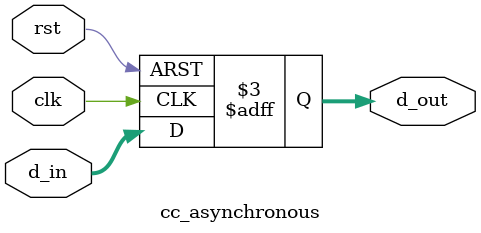
<source format=v>
`timescale 1ns / 1ps

`define INCLUDE_RST
module cc_asynchronous(
    input clk,
    `ifdef INCLUDE_RST
        input rst,
    `endif
    input [7:0] d_in,
    output reg [7:0] d_out
    );
    
    always @(posedge clk,  `ifdef INCLUDE_RST negedge rst `endif)
    begin   
        if(~rst)
        begin
            d_out <= 8'b0;
        end
        else
        begin
            d_out <= d_in;
         end 
    end
endmodule

</source>
